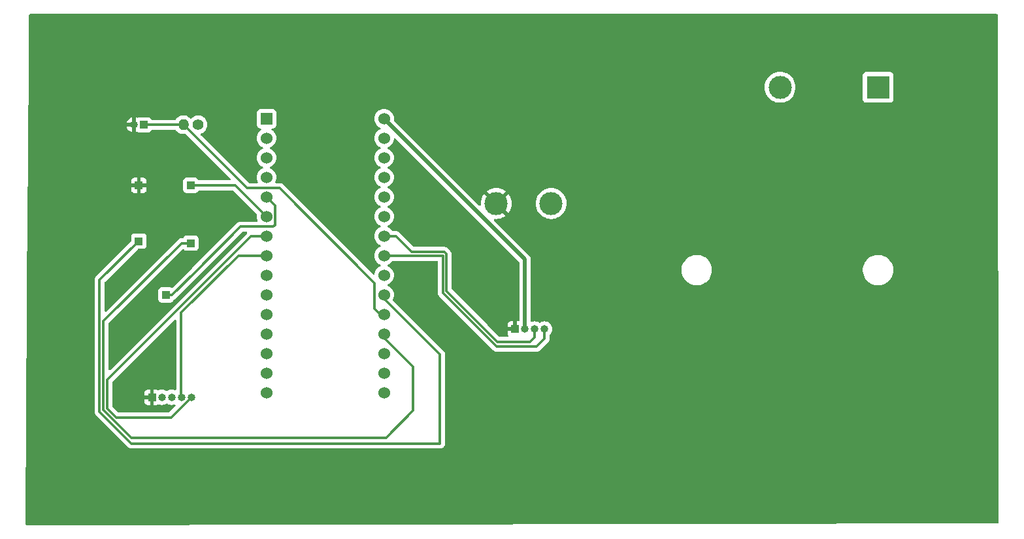
<source format=gbr>
%TF.GenerationSoftware,KiCad,Pcbnew,8.0.7*%
%TF.CreationDate,2024-12-24T22:10:03+05:30*%
%TF.ProjectId,hello,68656c6c-6f2e-46b6-9963-61645f706362,rev?*%
%TF.SameCoordinates,Original*%
%TF.FileFunction,Copper,L2,Bot*%
%TF.FilePolarity,Positive*%
%FSLAX46Y46*%
G04 Gerber Fmt 4.6, Leading zero omitted, Abs format (unit mm)*
G04 Created by KiCad (PCBNEW 8.0.7) date 2024-12-24 22:10:03*
%MOMM*%
%LPD*%
G01*
G04 APERTURE LIST*
%TA.AperFunction,ComponentPad*%
%ADD10R,1.000000X1.000000*%
%TD*%
%TA.AperFunction,ComponentPad*%
%ADD11O,1.000000X1.000000*%
%TD*%
%TA.AperFunction,ComponentPad*%
%ADD12C,3.000000*%
%TD*%
%TA.AperFunction,ComponentPad*%
%ADD13C,1.400000*%
%TD*%
%TA.AperFunction,ComponentPad*%
%ADD14O,1.400000X1.400000*%
%TD*%
%TA.AperFunction,ComponentPad*%
%ADD15R,3.000000X3.000000*%
%TD*%
%TA.AperFunction,ComponentPad*%
%ADD16C,1.524000*%
%TD*%
%TA.AperFunction,ComponentPad*%
%ADD17R,1.524000X1.524000*%
%TD*%
%TA.AperFunction,Conductor*%
%ADD18C,0.300000*%
%TD*%
%TA.AperFunction,Conductor*%
%ADD19C,0.500000*%
%TD*%
G04 APERTURE END LIST*
D10*
%TO.P,J4,1,Pin_1*%
%TO.N,cont*%
X92330000Y-91130000D03*
%TD*%
%TO.P,J2,1,Pin_1*%
%TO.N,volt*%
X92330000Y-98630000D03*
%TD*%
%TO.P,U2,1,GND*%
%TO.N,GND*%
X134340000Y-109780000D03*
D11*
%TO.P,U2,2,VCC*%
%TO.N,+5V*%
X135610000Y-109780000D03*
%TO.P,U2,3,SCL*%
%TO.N,SCL*%
X136880000Y-109780000D03*
%TO.P,U2,4,SDA*%
%TO.N,SDA*%
X138150000Y-109780000D03*
%TD*%
%TO.P,U3,5,CLK*%
%TO.N,CLK*%
X92360000Y-118630000D03*
%TO.P,U3,4,DT*%
%TO.N,DT*%
X91090000Y-118630000D03*
%TO.P,U3,3,SW*%
%TO.N,unconnected-(U3-SW-Pad3)*%
X89820000Y-118630000D03*
%TO.P,U3,2,VCC*%
%TO.N,+5V*%
X88550000Y-118630000D03*
D10*
%TO.P,U3,1,GND*%
%TO.N,GND*%
X87280000Y-118630000D03*
%TD*%
%TO.P,J5,1,Pin_1*%
%TO.N,GND*%
X85580000Y-91130000D03*
%TD*%
D12*
%TO.P,SW1,P,B*%
%TO.N,/switch*%
X139000000Y-93500000D03*
%TO.P,SW1,T,A*%
%TO.N,GND*%
X131888000Y-93500000D03*
%TD*%
D13*
%TO.P,R1,1*%
%TO.N,+5V*%
X93260000Y-83267500D03*
D14*
%TO.P,R1,2*%
%TO.N,ohmmeter*%
X91360000Y-83267500D03*
%TD*%
D12*
%TO.P,BT1,2,-*%
%TO.N,/switch*%
X168657500Y-78417500D03*
D15*
%TO.P,BT1,1,+*%
%TO.N,+5V*%
X181357500Y-78417500D03*
%TD*%
D16*
%TO.P,U1,30,VIN*%
%TO.N,+5V*%
X117357500Y-82487500D03*
%TO.P,U1,29,GND*%
%TO.N,unconnected-(U1-GND-Pad29)*%
X117357500Y-85027500D03*
%TO.P,U1,28,RST*%
%TO.N,unconnected-(U1-RST-Pad28)*%
X117357500Y-87567500D03*
%TO.P,U1,27,5V*%
%TO.N,unconnected-(U1-5V-Pad27)*%
X117357500Y-90107500D03*
%TO.P,U1,26,A7*%
%TO.N,unconnected-(U1-A7-Pad26)*%
X117357500Y-92647500D03*
%TO.P,U1,25,A6*%
%TO.N,unconnected-(U1-A6-Pad25)*%
X117357500Y-95187500D03*
%TO.P,U1,24,A5/SCL*%
%TO.N,SCL*%
X117357500Y-97727500D03*
%TO.P,U1,23,A4/SDA*%
%TO.N,SDA*%
X117357500Y-100267500D03*
%TO.P,U1,22,A3*%
%TO.N,unconnected-(U1-A3-Pad22)*%
X117357500Y-102807500D03*
%TO.P,U1,21,A2*%
%TO.N,common*%
X117357500Y-105347500D03*
%TO.P,U1,20,A1*%
%TO.N,ohmmeter*%
X117357500Y-107887500D03*
%TO.P,U1,19,A0*%
%TO.N,volt*%
X117357500Y-110427500D03*
%TO.P,U1,18,REF*%
%TO.N,unconnected-(U1-REF-Pad18)*%
X117357500Y-112967500D03*
%TO.P,U1,17,3V3*%
%TO.N,unconnected-(U1-3V3-Pad17)*%
X117357500Y-115507500D03*
%TO.P,U1,16,D13*%
%TO.N,unconnected-(U1-D13-Pad16)*%
X117357500Y-118047500D03*
%TO.P,U1,15,D12*%
%TO.N,unconnected-(U1-D12-Pad15)*%
X102117500Y-118047500D03*
%TO.P,U1,14,D11*%
%TO.N,unconnected-(U1-D11-Pad14)*%
X102117500Y-115507500D03*
%TO.P,U1,13,D10*%
%TO.N,unconnected-(U1-D10-Pad13)*%
X102117500Y-112967500D03*
%TO.P,U1,12,D9*%
%TO.N,unconnected-(U1-D9-Pad12)*%
X102117500Y-110427500D03*
%TO.P,U1,11,D8*%
%TO.N,unconnected-(U1-D8-Pad11)*%
X102117500Y-107887500D03*
%TO.P,U1,10,D7*%
%TO.N,unconnected-(U1-D7-Pad10)*%
X102117500Y-105347500D03*
%TO.P,U1,9,D6*%
%TO.N,unconnected-(U1-D6-Pad9)*%
X102117500Y-102807500D03*
%TO.P,U1,8,D5*%
%TO.N,DT*%
X102117500Y-100267500D03*
%TO.P,U1,7,D4*%
%TO.N,CLK*%
X102117500Y-97727500D03*
%TO.P,U1,6,D3*%
%TO.N,cont*%
X102117500Y-95187500D03*
%TO.P,U1,5,D2*%
%TO.N,pwm*%
X102117500Y-92647500D03*
%TO.P,U1,4,GND*%
%TO.N,unconnected-(U1-GND-Pad4)*%
X102117500Y-90107500D03*
%TO.P,U1,3,RST*%
%TO.N,unconnected-(U1-RST-Pad3)*%
X102117500Y-87567500D03*
%TO.P,U1,2,D0/RX*%
%TO.N,unconnected-(U1-D0{slash}RX-Pad2)*%
X102117500Y-85027500D03*
D17*
%TO.P,U1,1,D1/TX*%
%TO.N,unconnected-(U1-D1{slash}TX-Pad1)*%
X102117500Y-82487500D03*
%TD*%
D11*
%TO.P,R2,2*%
%TO.N,GND*%
X84960000Y-83292500D03*
D10*
%TO.P,R2,1*%
%TO.N,ohmmeter*%
X86230000Y-83292500D03*
%TD*%
%TO.P,J3,1,Pin_1*%
%TO.N,common*%
X85580000Y-98380000D03*
%TD*%
%TO.P,J1,1,Pin_1*%
%TO.N,pwm*%
X89080000Y-105380000D03*
%TD*%
D18*
%TO.N,SCL*%
X118887500Y-97727500D02*
X117357500Y-97727500D01*
X120927500Y-99767500D02*
X118887500Y-97727500D01*
X125164607Y-99767500D02*
X120927500Y-99767500D01*
X132057106Y-111470000D02*
X125457500Y-104870394D01*
X136260000Y-111470000D02*
X132057106Y-111470000D01*
X125457500Y-104870394D02*
X125457500Y-100060393D01*
X136880000Y-110850000D02*
X136260000Y-111470000D01*
X125457500Y-100060393D02*
X125164607Y-99767500D01*
X136880000Y-109780000D02*
X136880000Y-110850000D01*
%TO.N,SDA*%
X138150000Y-111030000D02*
X138150000Y-109780000D01*
X137100000Y-112080000D02*
X138150000Y-111030000D01*
X124957500Y-105077500D02*
X131960000Y-112080000D01*
X124957500Y-100267500D02*
X124957500Y-105077500D01*
X131960000Y-112080000D02*
X137100000Y-112080000D01*
X117357500Y-100267500D02*
X124957500Y-100267500D01*
D19*
%TO.N,+5V*%
X135610000Y-100740000D02*
X135610000Y-109780000D01*
X117357500Y-82487500D02*
X135610000Y-100740000D01*
D18*
%TO.N,pwm*%
X98760000Y-96500000D02*
X92905000Y-102355000D01*
X103000000Y-96500000D02*
X98760000Y-96500000D01*
X103229500Y-96270500D02*
X103000000Y-96500000D01*
X92905000Y-102355000D02*
X92895000Y-102355000D01*
X103229500Y-93759500D02*
X103229500Y-96270500D01*
X102117500Y-92647500D02*
X103229500Y-93759500D01*
X92895000Y-102355000D02*
X89870000Y-105380000D01*
X89870000Y-105380000D02*
X89080000Y-105380000D01*
%TO.N,cont*%
X98060000Y-91130000D02*
X102117500Y-95187500D01*
X92330000Y-91130000D02*
X98060000Y-91130000D01*
%TO.N,ohmmeter*%
X116111500Y-103809197D02*
X116111500Y-107115500D01*
X116111500Y-107115500D02*
X117223500Y-108227500D01*
X99592500Y-91500000D02*
X103802303Y-91500000D01*
X91360000Y-83267500D02*
X99592500Y-91500000D01*
X103802303Y-91500000D02*
X116111500Y-103809197D01*
%TO.N,volt*%
X121107500Y-120387500D02*
X121107500Y-114651500D01*
X84607500Y-123887500D02*
X117607500Y-123887500D01*
X81000000Y-108770000D02*
X81000000Y-120280000D01*
X117607500Y-123887500D02*
X121107500Y-120387500D01*
X91140000Y-98630000D02*
X81000000Y-108770000D01*
X81000000Y-120280000D02*
X84607500Y-123887500D01*
X92330000Y-98630000D02*
X91140000Y-98630000D01*
X121107500Y-114651500D02*
X117223500Y-110767500D01*
%TO.N,common*%
X124607500Y-113071500D02*
X117223500Y-105687500D01*
X124607500Y-124637500D02*
X124607500Y-113071500D01*
X84650393Y-124637500D02*
X124607500Y-124637500D01*
X80500000Y-120487107D02*
X84650393Y-124637500D01*
X80500000Y-103420000D02*
X80500000Y-120487107D01*
X85580000Y-98380000D02*
X85540000Y-98380000D01*
X85540000Y-98380000D02*
X80500000Y-103420000D01*
%TO.N,CLK*%
X100142500Y-97727500D02*
X102117500Y-97727500D01*
X81500000Y-120072894D02*
X81500000Y-116370000D01*
X81500000Y-116370000D02*
X100142500Y-97727500D01*
X82677106Y-121250000D02*
X81500000Y-120072894D01*
X92360000Y-118630000D02*
X89740000Y-121250000D01*
X89740000Y-121250000D02*
X82677106Y-121250000D01*
%TO.N,DT*%
X98482500Y-100267500D02*
X102117500Y-100267500D01*
X91070000Y-107680000D02*
X98482500Y-100267500D01*
X91070000Y-118610000D02*
X91070000Y-107680000D01*
X91090000Y-118630000D02*
X91070000Y-118610000D01*
%TO.N,ohmmeter*%
X91335000Y-83292500D02*
X91360000Y-83267500D01*
X86230000Y-83292500D02*
X91335000Y-83292500D01*
%TD*%
%TA.AperFunction,Conductor*%
%TO.N,GND*%
G36*
X90338834Y-108553626D02*
G01*
X90394767Y-108595498D01*
X90419184Y-108660962D01*
X90419500Y-108669808D01*
X90419500Y-117609102D01*
X90399815Y-117676141D01*
X90347011Y-117721896D01*
X90277853Y-117731840D01*
X90237049Y-117718461D01*
X90204733Y-117701188D01*
X90204727Y-117701186D01*
X90016132Y-117643976D01*
X90016129Y-117643975D01*
X89820000Y-117624659D01*
X89623870Y-117643975D01*
X89435266Y-117701188D01*
X89261467Y-117794086D01*
X89256399Y-117797473D01*
X89255305Y-117795836D01*
X89199337Y-117819596D01*
X89130471Y-117807795D01*
X89113843Y-117797109D01*
X89113601Y-117797473D01*
X89108532Y-117794086D01*
X88934733Y-117701188D01*
X88934727Y-117701186D01*
X88746132Y-117643976D01*
X88746129Y-117643975D01*
X88550000Y-117624659D01*
X88353870Y-117643975D01*
X88269246Y-117669645D01*
X88165273Y-117701186D01*
X88165270Y-117701187D01*
X88165268Y-117701188D01*
X88162647Y-117702589D01*
X88161118Y-117702907D01*
X88159646Y-117703517D01*
X88159530Y-117703237D01*
X88094243Y-117716823D01*
X88029894Y-117692490D01*
X88022091Y-117686648D01*
X87887376Y-117636402D01*
X87887372Y-117636401D01*
X87827844Y-117630000D01*
X87530000Y-117630000D01*
X87530000Y-118385025D01*
X87494905Y-118349930D01*
X87415095Y-118303852D01*
X87326078Y-118280000D01*
X87233922Y-118280000D01*
X87144905Y-118303852D01*
X87065095Y-118349930D01*
X86999930Y-118415095D01*
X86953852Y-118494905D01*
X86930000Y-118583922D01*
X86930000Y-118676078D01*
X86953852Y-118765095D01*
X86999930Y-118844905D01*
X87065095Y-118910070D01*
X87144905Y-118956148D01*
X87233922Y-118980000D01*
X87326078Y-118980000D01*
X87415095Y-118956148D01*
X87494905Y-118910070D01*
X87530000Y-118874975D01*
X87530000Y-119630000D01*
X87827828Y-119630000D01*
X87827844Y-119629999D01*
X87887372Y-119623598D01*
X87887376Y-119623597D01*
X88022089Y-119573351D01*
X88029890Y-119567512D01*
X88095353Y-119543091D01*
X88159529Y-119556751D01*
X88159641Y-119556482D01*
X88161100Y-119557086D01*
X88162663Y-119557419D01*
X88165273Y-119558814D01*
X88353868Y-119616024D01*
X88550000Y-119635341D01*
X88746132Y-119616024D01*
X88934727Y-119558814D01*
X89108538Y-119465910D01*
X89108544Y-119465904D01*
X89113607Y-119462523D01*
X89114703Y-119464164D01*
X89170639Y-119440405D01*
X89239507Y-119452194D01*
X89256148Y-119462888D01*
X89256393Y-119462523D01*
X89261458Y-119465907D01*
X89261462Y-119465910D01*
X89435273Y-119558814D01*
X89623868Y-119616024D01*
X89820000Y-119635341D01*
X90016132Y-119616024D01*
X90170986Y-119569048D01*
X90240852Y-119568425D01*
X90299965Y-119605672D01*
X90329556Y-119668966D01*
X90320231Y-119738211D01*
X90294662Y-119775390D01*
X89506873Y-120563181D01*
X89445550Y-120596666D01*
X89419192Y-120599500D01*
X82997914Y-120599500D01*
X82930875Y-120579815D01*
X82910233Y-120563181D01*
X82186819Y-119839767D01*
X82153334Y-119778444D01*
X82150500Y-119752086D01*
X82150500Y-119177844D01*
X86280000Y-119177844D01*
X86286401Y-119237372D01*
X86286403Y-119237379D01*
X86336645Y-119372086D01*
X86336649Y-119372093D01*
X86422809Y-119487187D01*
X86422812Y-119487190D01*
X86537906Y-119573350D01*
X86537913Y-119573354D01*
X86672620Y-119623596D01*
X86672627Y-119623598D01*
X86732155Y-119629999D01*
X86732172Y-119630000D01*
X87030000Y-119630000D01*
X87030000Y-118880000D01*
X86280000Y-118880000D01*
X86280000Y-119177844D01*
X82150500Y-119177844D01*
X82150500Y-118082155D01*
X86280000Y-118082155D01*
X86280000Y-118380000D01*
X87030000Y-118380000D01*
X87030000Y-117630000D01*
X86732155Y-117630000D01*
X86672627Y-117636401D01*
X86672620Y-117636403D01*
X86537913Y-117686645D01*
X86537906Y-117686649D01*
X86422812Y-117772809D01*
X86422809Y-117772812D01*
X86336649Y-117887906D01*
X86336645Y-117887913D01*
X86286403Y-118022620D01*
X86286401Y-118022627D01*
X86280000Y-118082155D01*
X82150500Y-118082155D01*
X82150500Y-116690808D01*
X82170185Y-116623769D01*
X82186819Y-116603127D01*
X90207819Y-108582127D01*
X90269142Y-108548642D01*
X90338834Y-108553626D01*
G37*
%TD.AperFunction*%
%TA.AperFunction,Conductor*%
G36*
X118829855Y-85021223D02*
G01*
X134823181Y-101014549D01*
X134856666Y-101075872D01*
X134859500Y-101102230D01*
X134859500Y-108656000D01*
X134839815Y-108723039D01*
X134787011Y-108768794D01*
X134735500Y-108780000D01*
X134590000Y-108780000D01*
X134590000Y-109535025D01*
X134554905Y-109499930D01*
X134475095Y-109453852D01*
X134386078Y-109430000D01*
X134293922Y-109430000D01*
X134204905Y-109453852D01*
X134125095Y-109499930D01*
X134059930Y-109565095D01*
X134013852Y-109644905D01*
X133990000Y-109733922D01*
X133990000Y-109826078D01*
X134013852Y-109915095D01*
X134059930Y-109994905D01*
X134095025Y-110030000D01*
X133340000Y-110030000D01*
X133340000Y-110327844D01*
X133346401Y-110387372D01*
X133346403Y-110387379D01*
X133396645Y-110522086D01*
X133396649Y-110522093D01*
X133470833Y-110621189D01*
X133495251Y-110686653D01*
X133480400Y-110754926D01*
X133430995Y-110804332D01*
X133371567Y-110819500D01*
X132377914Y-110819500D01*
X132310875Y-110799815D01*
X132290233Y-110783181D01*
X130739207Y-109232155D01*
X133340000Y-109232155D01*
X133340000Y-109530000D01*
X134090000Y-109530000D01*
X134090000Y-108780000D01*
X133792155Y-108780000D01*
X133732627Y-108786401D01*
X133732620Y-108786403D01*
X133597913Y-108836645D01*
X133597906Y-108836649D01*
X133482812Y-108922809D01*
X133482809Y-108922812D01*
X133396649Y-109037906D01*
X133396645Y-109037913D01*
X133346403Y-109172620D01*
X133346401Y-109172627D01*
X133340000Y-109232155D01*
X130739207Y-109232155D01*
X126144319Y-104637267D01*
X126110834Y-104575944D01*
X126108000Y-104549586D01*
X126108000Y-99996321D01*
X126083002Y-99870654D01*
X126083001Y-99870653D01*
X126083001Y-99870649D01*
X126033965Y-99752266D01*
X126033964Y-99752263D01*
X125962777Y-99645724D01*
X125962771Y-99645717D01*
X125579280Y-99262226D01*
X125542345Y-99237547D01*
X125472734Y-99191035D01*
X125440982Y-99177883D01*
X125354351Y-99141999D01*
X125354345Y-99141997D01*
X125228678Y-99117000D01*
X125228676Y-99117000D01*
X121248308Y-99117000D01*
X121181269Y-99097315D01*
X121160627Y-99080681D01*
X119302174Y-97222227D01*
X119302173Y-97222226D01*
X119224287Y-97170185D01*
X119195627Y-97151035D01*
X119194335Y-97150500D01*
X119077244Y-97101999D01*
X119077238Y-97101997D01*
X118951571Y-97077000D01*
X118951569Y-97077000D01*
X118507794Y-97077000D01*
X118440755Y-97057315D01*
X118406219Y-97024123D01*
X118328327Y-96912881D01*
X118328323Y-96912877D01*
X118172120Y-96756674D01*
X118172116Y-96756671D01*
X118172115Y-96756670D01*
X117991166Y-96629968D01*
X117991158Y-96629964D01*
X117862311Y-96569882D01*
X117809871Y-96523710D01*
X117790719Y-96456517D01*
X117810935Y-96389635D01*
X117862311Y-96345118D01*
X117884933Y-96334569D01*
X117991162Y-96285034D01*
X118172120Y-96158326D01*
X118328326Y-96002120D01*
X118455034Y-95821162D01*
X118548394Y-95620950D01*
X118605570Y-95407568D01*
X118624823Y-95187500D01*
X118624799Y-95187229D01*
X118615428Y-95080115D01*
X118605570Y-94967432D01*
X118548394Y-94754050D01*
X118455034Y-94553839D01*
X118328326Y-94372880D01*
X118172120Y-94216674D01*
X118172116Y-94216671D01*
X118172115Y-94216670D01*
X117991166Y-94089968D01*
X117991158Y-94089964D01*
X117862311Y-94029882D01*
X117809871Y-93983710D01*
X117790719Y-93916517D01*
X117810935Y-93849635D01*
X117862311Y-93805118D01*
X117868302Y-93802324D01*
X117991162Y-93745034D01*
X118172120Y-93618326D01*
X118328326Y-93462120D01*
X118455034Y-93281162D01*
X118548394Y-93080950D01*
X118605570Y-92867568D01*
X118620697Y-92694660D01*
X118624823Y-92647502D01*
X118624823Y-92647497D01*
X118605570Y-92427437D01*
X118605570Y-92427432D01*
X118548394Y-92214050D01*
X118455034Y-92013839D01*
X118328326Y-91832880D01*
X118172120Y-91676674D01*
X118172116Y-91676671D01*
X118172115Y-91676670D01*
X117991166Y-91549968D01*
X117991158Y-91549964D01*
X117862311Y-91489882D01*
X117809871Y-91443710D01*
X117790719Y-91376517D01*
X117810935Y-91309635D01*
X117862311Y-91265118D01*
X117868302Y-91262324D01*
X117991162Y-91205034D01*
X118172120Y-91078326D01*
X118328326Y-90922120D01*
X118455034Y-90741162D01*
X118548394Y-90540950D01*
X118605570Y-90327568D01*
X118624823Y-90107500D01*
X118605570Y-89887432D01*
X118548394Y-89674050D01*
X118455034Y-89473839D01*
X118328326Y-89292880D01*
X118172120Y-89136674D01*
X118172116Y-89136671D01*
X118172115Y-89136670D01*
X117991166Y-89009968D01*
X117991158Y-89009964D01*
X117862311Y-88949882D01*
X117809871Y-88903710D01*
X117790719Y-88836517D01*
X117810935Y-88769635D01*
X117862311Y-88725118D01*
X117868302Y-88722324D01*
X117991162Y-88665034D01*
X118172120Y-88538326D01*
X118328326Y-88382120D01*
X118455034Y-88201162D01*
X118548394Y-88000950D01*
X118605570Y-87787568D01*
X118624823Y-87567500D01*
X118605570Y-87347432D01*
X118548394Y-87134050D01*
X118455034Y-86933839D01*
X118328326Y-86752880D01*
X118172120Y-86596674D01*
X118172116Y-86596671D01*
X118172115Y-86596670D01*
X117991166Y-86469968D01*
X117991158Y-86469964D01*
X117862311Y-86409882D01*
X117809871Y-86363710D01*
X117790719Y-86296517D01*
X117810935Y-86229635D01*
X117862311Y-86185118D01*
X117868302Y-86182324D01*
X117991162Y-86125034D01*
X118172120Y-85998326D01*
X118328326Y-85842120D01*
X118455034Y-85661162D01*
X118548394Y-85460950D01*
X118605570Y-85247568D01*
X118618646Y-85098094D01*
X118644098Y-85033029D01*
X118700689Y-84992050D01*
X118770450Y-84988171D01*
X118829855Y-85021223D01*
G37*
%TD.AperFunction*%
%TA.AperFunction,Conductor*%
G36*
X196813189Y-68929685D02*
G01*
X196858944Y-68982489D01*
X196870150Y-69033850D01*
X196949849Y-134876056D01*
X196930246Y-134943119D01*
X196877497Y-134988938D01*
X196826056Y-135000206D01*
X71025033Y-135209791D01*
X70957960Y-135190218D01*
X70912118Y-135137490D01*
X70900829Y-135084971D01*
X70997283Y-120551178D01*
X79849499Y-120551178D01*
X79873837Y-120673526D01*
X79874497Y-120676846D01*
X79874499Y-120676851D01*
X79923535Y-120795234D01*
X79928173Y-120802175D01*
X79994726Y-120901780D01*
X84235719Y-125142773D01*
X84235722Y-125142775D01*
X84235724Y-125142777D01*
X84342266Y-125213965D01*
X84460649Y-125263001D01*
X84460653Y-125263001D01*
X84460654Y-125263002D01*
X84586321Y-125288000D01*
X84586324Y-125288000D01*
X124671571Y-125288000D01*
X124756115Y-125271182D01*
X124797244Y-125263001D01*
X124915627Y-125213965D01*
X125022169Y-125142776D01*
X125112776Y-125052169D01*
X125183965Y-124945627D01*
X125233001Y-124827244D01*
X125258000Y-124701569D01*
X125258000Y-113007431D01*
X125258000Y-113007428D01*
X125233002Y-112881761D01*
X125233001Y-112881760D01*
X125233001Y-112881756D01*
X125183965Y-112763373D01*
X125183964Y-112763372D01*
X125183960Y-112763364D01*
X125162001Y-112730501D01*
X125161999Y-112730499D01*
X125145297Y-112705502D01*
X125112777Y-112656831D01*
X125112775Y-112656829D01*
X125112773Y-112656826D01*
X125112772Y-112656825D01*
X118510728Y-106054782D01*
X118477243Y-105993459D01*
X118482227Y-105923767D01*
X118486027Y-105914696D01*
X118548394Y-105780950D01*
X118605570Y-105567568D01*
X118624823Y-105347500D01*
X118605570Y-105127432D01*
X118548394Y-104914050D01*
X118455034Y-104713839D01*
X118328326Y-104532880D01*
X118172120Y-104376674D01*
X118172116Y-104376671D01*
X118172115Y-104376670D01*
X117991166Y-104249968D01*
X117991158Y-104249964D01*
X117862311Y-104189882D01*
X117809871Y-104143710D01*
X117790719Y-104076517D01*
X117810935Y-104009635D01*
X117862311Y-103965118D01*
X117868302Y-103962324D01*
X117991162Y-103905034D01*
X118172120Y-103778326D01*
X118328326Y-103622120D01*
X118455034Y-103441162D01*
X118548394Y-103240950D01*
X118605570Y-103027568D01*
X118624823Y-102807500D01*
X118621880Y-102773866D01*
X118605570Y-102587437D01*
X118605570Y-102587434D01*
X118605570Y-102587432D01*
X118548394Y-102374050D01*
X118455034Y-102173839D01*
X118338931Y-102008025D01*
X118328327Y-101992881D01*
X118328323Y-101992877D01*
X118172120Y-101836674D01*
X118172116Y-101836671D01*
X118172115Y-101836670D01*
X117991166Y-101709968D01*
X117991158Y-101709964D01*
X117862311Y-101649882D01*
X117809871Y-101603710D01*
X117790719Y-101536517D01*
X117810935Y-101469635D01*
X117862311Y-101425118D01*
X117868302Y-101422324D01*
X117991162Y-101365034D01*
X118172120Y-101238326D01*
X118328326Y-101082120D01*
X118406219Y-100970876D01*
X118460796Y-100927252D01*
X118507794Y-100918000D01*
X124183000Y-100918000D01*
X124250039Y-100937685D01*
X124295794Y-100990489D01*
X124307000Y-101042000D01*
X124307000Y-105141569D01*
X124315087Y-105182222D01*
X124315087Y-105182224D01*
X124331997Y-105267236D01*
X124331999Y-105267244D01*
X124381034Y-105385625D01*
X124452226Y-105492173D01*
X131545324Y-112585271D01*
X131545331Y-112585277D01*
X131651871Y-112656464D01*
X131651870Y-112656464D01*
X131686544Y-112670826D01*
X131770256Y-112705501D01*
X131770260Y-112705501D01*
X131770261Y-112705502D01*
X131895928Y-112730500D01*
X131895931Y-112730500D01*
X137164071Y-112730500D01*
X137248615Y-112713682D01*
X137289744Y-112705501D01*
X137408127Y-112656465D01*
X137514669Y-112585277D01*
X138655276Y-111444670D01*
X138726465Y-111338127D01*
X138775501Y-111219744D01*
X138782975Y-111182169D01*
X138800500Y-111094069D01*
X138800500Y-110599085D01*
X138820185Y-110532046D01*
X138845839Y-110503229D01*
X138860883Y-110490883D01*
X138985909Y-110338539D01*
X138985913Y-110338532D01*
X139078811Y-110164733D01*
X139078811Y-110164732D01*
X139078814Y-110164727D01*
X139136024Y-109976132D01*
X139155341Y-109780000D01*
X139136024Y-109583868D01*
X139078814Y-109395273D01*
X139078811Y-109395269D01*
X139078811Y-109395266D01*
X138985913Y-109221467D01*
X138985909Y-109221460D01*
X138860883Y-109069116D01*
X138708539Y-108944090D01*
X138708532Y-108944086D01*
X138534733Y-108851188D01*
X138534727Y-108851186D01*
X138408997Y-108813046D01*
X138346129Y-108793975D01*
X138150000Y-108774659D01*
X137953870Y-108793975D01*
X137765266Y-108851188D01*
X137591467Y-108944086D01*
X137586399Y-108947473D01*
X137585305Y-108945836D01*
X137529337Y-108969596D01*
X137460471Y-108957795D01*
X137443843Y-108947109D01*
X137443601Y-108947473D01*
X137438532Y-108944086D01*
X137264733Y-108851188D01*
X137264727Y-108851186D01*
X137138997Y-108813046D01*
X137076129Y-108793975D01*
X136880000Y-108774659D01*
X136683869Y-108793975D01*
X136520495Y-108843535D01*
X136450628Y-108844158D01*
X136391516Y-108806910D01*
X136361925Y-108743616D01*
X136360500Y-108724874D01*
X136360500Y-102008025D01*
X155882000Y-102008025D01*
X155882000Y-102266974D01*
X155882001Y-102266991D01*
X155915799Y-102523717D01*
X155915800Y-102523722D01*
X155915801Y-102523728D01*
X155932871Y-102587434D01*
X155982824Y-102773864D01*
X156081923Y-103013109D01*
X156081927Y-103013119D01*
X156211406Y-103237383D01*
X156369051Y-103442831D01*
X156369057Y-103442838D01*
X156552161Y-103625942D01*
X156552168Y-103625948D01*
X156757616Y-103783593D01*
X156981880Y-103913072D01*
X156981881Y-103913072D01*
X156981884Y-103913074D01*
X157221134Y-104012175D01*
X157471272Y-104079199D01*
X157728019Y-104113000D01*
X157728026Y-104113000D01*
X157986974Y-104113000D01*
X157986981Y-104113000D01*
X158243728Y-104079199D01*
X158493866Y-104012175D01*
X158733116Y-103913074D01*
X158957384Y-103783593D01*
X159162833Y-103625947D01*
X159345947Y-103442833D01*
X159503593Y-103237384D01*
X159633074Y-103013116D01*
X159732175Y-102773866D01*
X159799199Y-102523728D01*
X159833000Y-102266981D01*
X159833000Y-102008025D01*
X179382000Y-102008025D01*
X179382000Y-102266974D01*
X179382001Y-102266991D01*
X179415799Y-102523717D01*
X179415800Y-102523722D01*
X179415801Y-102523728D01*
X179432871Y-102587434D01*
X179482824Y-102773864D01*
X179581923Y-103013109D01*
X179581927Y-103013119D01*
X179711406Y-103237383D01*
X179869051Y-103442831D01*
X179869057Y-103442838D01*
X180052161Y-103625942D01*
X180052168Y-103625948D01*
X180257616Y-103783593D01*
X180481880Y-103913072D01*
X180481881Y-103913072D01*
X180481884Y-103913074D01*
X180721134Y-104012175D01*
X180971272Y-104079199D01*
X181228019Y-104113000D01*
X181228026Y-104113000D01*
X181486974Y-104113000D01*
X181486981Y-104113000D01*
X181743728Y-104079199D01*
X181993866Y-104012175D01*
X182233116Y-103913074D01*
X182457384Y-103783593D01*
X182662833Y-103625947D01*
X182845947Y-103442833D01*
X183003593Y-103237384D01*
X183133074Y-103013116D01*
X183232175Y-102773866D01*
X183299199Y-102523728D01*
X183333000Y-102266981D01*
X183333000Y-102008019D01*
X183299199Y-101751272D01*
X183232175Y-101501134D01*
X183133074Y-101261884D01*
X183029284Y-101082115D01*
X183003593Y-101037616D01*
X182845948Y-100832168D01*
X182845942Y-100832161D01*
X182662838Y-100649057D01*
X182662831Y-100649051D01*
X182457383Y-100491406D01*
X182233119Y-100361927D01*
X182233109Y-100361923D01*
X181993864Y-100262824D01*
X181868797Y-100229313D01*
X181743728Y-100195801D01*
X181743722Y-100195800D01*
X181743717Y-100195799D01*
X181486991Y-100162001D01*
X181486986Y-100162000D01*
X181486981Y-100162000D01*
X181228019Y-100162000D01*
X181228013Y-100162000D01*
X181228008Y-100162001D01*
X180971282Y-100195799D01*
X180971275Y-100195800D01*
X180971272Y-100195801D01*
X180918408Y-100209965D01*
X180721135Y-100262824D01*
X180481890Y-100361923D01*
X180481880Y-100361927D01*
X180257616Y-100491406D01*
X180052168Y-100649051D01*
X180052161Y-100649057D01*
X179869057Y-100832161D01*
X179869051Y-100832168D01*
X179711406Y-101037616D01*
X179581927Y-101261880D01*
X179581923Y-101261890D01*
X179482824Y-101501135D01*
X179415802Y-101751269D01*
X179415799Y-101751282D01*
X179382001Y-102008008D01*
X179382000Y-102008025D01*
X159833000Y-102008025D01*
X159833000Y-102008019D01*
X159799199Y-101751272D01*
X159732175Y-101501134D01*
X159633074Y-101261884D01*
X159529284Y-101082115D01*
X159503593Y-101037616D01*
X159345948Y-100832168D01*
X159345942Y-100832161D01*
X159162838Y-100649057D01*
X159162831Y-100649051D01*
X158957383Y-100491406D01*
X158733119Y-100361927D01*
X158733109Y-100361923D01*
X158493864Y-100262824D01*
X158368797Y-100229313D01*
X158243728Y-100195801D01*
X158243722Y-100195800D01*
X158243717Y-100195799D01*
X157986991Y-100162001D01*
X157986986Y-100162000D01*
X157986981Y-100162000D01*
X157728019Y-100162000D01*
X157728013Y-100162000D01*
X157728008Y-100162001D01*
X157471282Y-100195799D01*
X157471275Y-100195800D01*
X157471272Y-100195801D01*
X157418408Y-100209965D01*
X157221135Y-100262824D01*
X156981890Y-100361923D01*
X156981880Y-100361927D01*
X156757616Y-100491406D01*
X156552168Y-100649051D01*
X156552161Y-100649057D01*
X156369057Y-100832161D01*
X156369051Y-100832168D01*
X156211406Y-101037616D01*
X156081927Y-101261880D01*
X156081923Y-101261890D01*
X155982824Y-101501135D01*
X155915802Y-101751269D01*
X155915799Y-101751282D01*
X155882001Y-102008008D01*
X155882000Y-102008025D01*
X136360500Y-102008025D01*
X136360500Y-100666079D01*
X136331659Y-100521092D01*
X136331658Y-100521091D01*
X136331658Y-100521087D01*
X136275084Y-100384505D01*
X136239713Y-100331569D01*
X136192952Y-100261584D01*
X131636778Y-95705410D01*
X131603293Y-95644087D01*
X131608277Y-95574395D01*
X131650149Y-95518462D01*
X131715613Y-95494045D01*
X131733305Y-95494045D01*
X131887999Y-95505109D01*
X131888001Y-95505109D01*
X132173362Y-95484699D01*
X132452895Y-95423890D01*
X132720958Y-95323908D01*
X132972038Y-95186808D01*
X132972039Y-95186807D01*
X133114563Y-95080115D01*
X132397020Y-94362573D01*
X132525463Y-94276751D01*
X132664751Y-94137463D01*
X132750573Y-94009020D01*
X133468115Y-94726563D01*
X133574807Y-94584039D01*
X133574808Y-94584038D01*
X133711908Y-94332958D01*
X133811890Y-94064895D01*
X133872699Y-93785362D01*
X133893109Y-93500001D01*
X133893109Y-93499998D01*
X136994390Y-93499998D01*
X136994390Y-93500001D01*
X137014804Y-93785433D01*
X137075628Y-94065037D01*
X137075630Y-94065043D01*
X137075631Y-94065046D01*
X137132186Y-94216675D01*
X137175635Y-94333166D01*
X137312770Y-94584309D01*
X137312775Y-94584317D01*
X137484254Y-94813387D01*
X137484270Y-94813405D01*
X137686594Y-95015729D01*
X137686612Y-95015745D01*
X137915682Y-95187224D01*
X137915690Y-95187229D01*
X138166833Y-95324364D01*
X138166832Y-95324364D01*
X138166836Y-95324365D01*
X138166839Y-95324367D01*
X138434954Y-95424369D01*
X138434960Y-95424370D01*
X138434962Y-95424371D01*
X138714566Y-95485195D01*
X138714568Y-95485195D01*
X138714572Y-95485196D01*
X138968220Y-95503337D01*
X138999999Y-95505610D01*
X139000000Y-95505610D01*
X139000001Y-95505610D01*
X139028595Y-95503564D01*
X139285428Y-95485196D01*
X139565046Y-95424369D01*
X139833161Y-95324367D01*
X140084315Y-95187226D01*
X140313395Y-95015739D01*
X140515739Y-94813395D01*
X140687226Y-94584315D01*
X140824367Y-94333161D01*
X140924369Y-94065046D01*
X140939599Y-93995035D01*
X140985195Y-93785433D01*
X140985195Y-93785432D01*
X140985196Y-93785428D01*
X141005610Y-93500000D01*
X140985196Y-93214572D01*
X140956128Y-93080950D01*
X140924371Y-92934962D01*
X140924370Y-92934960D01*
X140924369Y-92934954D01*
X140824367Y-92666839D01*
X140813805Y-92647497D01*
X140687229Y-92415690D01*
X140687224Y-92415682D01*
X140515745Y-92186612D01*
X140515729Y-92186594D01*
X140313405Y-91984270D01*
X140313387Y-91984254D01*
X140084317Y-91812775D01*
X140084309Y-91812770D01*
X139833166Y-91675635D01*
X139833167Y-91675635D01*
X139725915Y-91635632D01*
X139565046Y-91575631D01*
X139565043Y-91575630D01*
X139565037Y-91575628D01*
X139285433Y-91514804D01*
X139000001Y-91494390D01*
X138999999Y-91494390D01*
X138714566Y-91514804D01*
X138434962Y-91575628D01*
X138166833Y-91675635D01*
X137915690Y-91812770D01*
X137915682Y-91812775D01*
X137686612Y-91984254D01*
X137686594Y-91984270D01*
X137484270Y-92186594D01*
X137484254Y-92186612D01*
X137312775Y-92415682D01*
X137312770Y-92415690D01*
X137175635Y-92666833D01*
X137075628Y-92934962D01*
X137014804Y-93214566D01*
X136994390Y-93499998D01*
X133893109Y-93499998D01*
X133872699Y-93214637D01*
X133811890Y-92935104D01*
X133711908Y-92667041D01*
X133574808Y-92415961D01*
X133574803Y-92415953D01*
X133468116Y-92273436D01*
X133468115Y-92273435D01*
X132750572Y-92990978D01*
X132664751Y-92862537D01*
X132525463Y-92723249D01*
X132397020Y-92637425D01*
X133114563Y-91919883D01*
X133114562Y-91919882D01*
X132972046Y-91813196D01*
X132972038Y-91813191D01*
X132720957Y-91676091D01*
X132720958Y-91676091D01*
X132452895Y-91576109D01*
X132173362Y-91515300D01*
X131888001Y-91494891D01*
X131887999Y-91494891D01*
X131602637Y-91515300D01*
X131323104Y-91576109D01*
X131055041Y-91676091D01*
X130803961Y-91813191D01*
X130803953Y-91813196D01*
X130661435Y-91919882D01*
X131378979Y-92637426D01*
X131250537Y-92723249D01*
X131111249Y-92862537D01*
X131025426Y-92990979D01*
X130307882Y-92273435D01*
X130201196Y-92415953D01*
X130201191Y-92415961D01*
X130064091Y-92667041D01*
X129964109Y-92935104D01*
X129903300Y-93214637D01*
X129882891Y-93499998D01*
X129882891Y-93500002D01*
X129893954Y-93654695D01*
X129879102Y-93722967D01*
X129829696Y-93772373D01*
X129761423Y-93787224D01*
X129695959Y-93762807D01*
X129682589Y-93751221D01*
X118649140Y-82717772D01*
X118615655Y-82656449D01*
X118613293Y-82619286D01*
X118624823Y-82487500D01*
X118605570Y-82267432D01*
X118548394Y-82054050D01*
X118455034Y-81853839D01*
X118391680Y-81763359D01*
X118328327Y-81672881D01*
X118273462Y-81618016D01*
X118172120Y-81516674D01*
X118172116Y-81516671D01*
X118172115Y-81516670D01*
X117991166Y-81389968D01*
X117991162Y-81389966D01*
X117943957Y-81367954D01*
X117790950Y-81296606D01*
X117790947Y-81296605D01*
X117790945Y-81296604D01*
X117577570Y-81239430D01*
X117577562Y-81239429D01*
X117357502Y-81220177D01*
X117357498Y-81220177D01*
X117137437Y-81239429D01*
X117137429Y-81239430D01*
X116924054Y-81296604D01*
X116924048Y-81296607D01*
X116723840Y-81389965D01*
X116723838Y-81389966D01*
X116542877Y-81516675D01*
X116386675Y-81672877D01*
X116259966Y-81853838D01*
X116259965Y-81853840D01*
X116166607Y-82054048D01*
X116166604Y-82054054D01*
X116109430Y-82267429D01*
X116109429Y-82267437D01*
X116090177Y-82487497D01*
X116090177Y-82487502D01*
X116109429Y-82707562D01*
X116109430Y-82707570D01*
X116166604Y-82920945D01*
X116166605Y-82920947D01*
X116166606Y-82920950D01*
X116259966Y-83121162D01*
X116259968Y-83121166D01*
X116386670Y-83302115D01*
X116386675Y-83302121D01*
X116542878Y-83458324D01*
X116542884Y-83458329D01*
X116723833Y-83585031D01*
X116723835Y-83585032D01*
X116723838Y-83585034D01*
X116795924Y-83618648D01*
X116852689Y-83645118D01*
X116905128Y-83691290D01*
X116924280Y-83758484D01*
X116904064Y-83825365D01*
X116852689Y-83869882D01*
X116723840Y-83929965D01*
X116723838Y-83929966D01*
X116542877Y-84056675D01*
X116386675Y-84212877D01*
X116259966Y-84393838D01*
X116259965Y-84393840D01*
X116166607Y-84594048D01*
X116166604Y-84594054D01*
X116109430Y-84807429D01*
X116109429Y-84807437D01*
X116090177Y-85027497D01*
X116090177Y-85027502D01*
X116109429Y-85247562D01*
X116109430Y-85247570D01*
X116166604Y-85460945D01*
X116166605Y-85460947D01*
X116166606Y-85460950D01*
X116259966Y-85661162D01*
X116259968Y-85661166D01*
X116386670Y-85842115D01*
X116386675Y-85842121D01*
X116542878Y-85998324D01*
X116542884Y-85998329D01*
X116723833Y-86125031D01*
X116723835Y-86125032D01*
X116723838Y-86125034D01*
X116843248Y-86180715D01*
X116852689Y-86185118D01*
X116905128Y-86231290D01*
X116924280Y-86298484D01*
X116904064Y-86365365D01*
X116852689Y-86409882D01*
X116723840Y-86469965D01*
X116723838Y-86469966D01*
X116542877Y-86596675D01*
X116386675Y-86752877D01*
X116259966Y-86933838D01*
X116259965Y-86933840D01*
X116166607Y-87134048D01*
X116166604Y-87134054D01*
X116109430Y-87347429D01*
X116109429Y-87347437D01*
X116090177Y-87567497D01*
X116090177Y-87567502D01*
X116109429Y-87787562D01*
X116109430Y-87787570D01*
X116166604Y-88000945D01*
X116166605Y-88000947D01*
X116166606Y-88000950D01*
X116259966Y-88201162D01*
X116259968Y-88201166D01*
X116386670Y-88382115D01*
X116386675Y-88382121D01*
X116542878Y-88538324D01*
X116542884Y-88538329D01*
X116723833Y-88665031D01*
X116723835Y-88665032D01*
X116723838Y-88665034D01*
X116843248Y-88720715D01*
X116852689Y-88725118D01*
X116905128Y-88771290D01*
X116924280Y-88838484D01*
X116904064Y-88905365D01*
X116852689Y-88949882D01*
X116723840Y-89009965D01*
X116723838Y-89009966D01*
X116542877Y-89136675D01*
X116386675Y-89292877D01*
X116259966Y-89473838D01*
X116259965Y-89473840D01*
X116166607Y-89674048D01*
X116166604Y-89674054D01*
X116109430Y-89887429D01*
X116109429Y-89887437D01*
X116090177Y-90107497D01*
X116090177Y-90107502D01*
X116109429Y-90327562D01*
X116109430Y-90327570D01*
X116166604Y-90540945D01*
X116166605Y-90540947D01*
X116166606Y-90540950D01*
X116244434Y-90707853D01*
X116259966Y-90741162D01*
X116259968Y-90741166D01*
X116386670Y-90922115D01*
X116386675Y-90922121D01*
X116542878Y-91078324D01*
X116542884Y-91078329D01*
X116723833Y-91205031D01*
X116723835Y-91205032D01*
X116723838Y-91205034D01*
X116843248Y-91260715D01*
X116852689Y-91265118D01*
X116905128Y-91311290D01*
X116924280Y-91378484D01*
X116904064Y-91445365D01*
X116852689Y-91489882D01*
X116723840Y-91549965D01*
X116723838Y-91549966D01*
X116542877Y-91676675D01*
X116386675Y-91832877D01*
X116259966Y-92013838D01*
X116259965Y-92013840D01*
X116166607Y-92214048D01*
X116166604Y-92214054D01*
X116109430Y-92427429D01*
X116109429Y-92427437D01*
X116090177Y-92647497D01*
X116090177Y-92647502D01*
X116109429Y-92867562D01*
X116109430Y-92867570D01*
X116166604Y-93080945D01*
X116166605Y-93080947D01*
X116166606Y-93080950D01*
X116225995Y-93208311D01*
X116259966Y-93281162D01*
X116259968Y-93281166D01*
X116386670Y-93462115D01*
X116386675Y-93462121D01*
X116542878Y-93618324D01*
X116542884Y-93618329D01*
X116723833Y-93745031D01*
X116723835Y-93745032D01*
X116723838Y-93745034D01*
X116843248Y-93800715D01*
X116852689Y-93805118D01*
X116905128Y-93851290D01*
X116924280Y-93918484D01*
X116904064Y-93985365D01*
X116852689Y-94029882D01*
X116723840Y-94089965D01*
X116723838Y-94089966D01*
X116542877Y-94216675D01*
X116386675Y-94372877D01*
X116259966Y-94553838D01*
X116259965Y-94553840D01*
X116166607Y-94754048D01*
X116166604Y-94754054D01*
X116109430Y-94967429D01*
X116109429Y-94967437D01*
X116090177Y-95187497D01*
X116090177Y-95187502D01*
X116109429Y-95407562D01*
X116109430Y-95407570D01*
X116166604Y-95620945D01*
X116166605Y-95620947D01*
X116166606Y-95620950D01*
X116177395Y-95644087D01*
X116259966Y-95821162D01*
X116259968Y-95821166D01*
X116386670Y-96002115D01*
X116386675Y-96002121D01*
X116542878Y-96158324D01*
X116542884Y-96158329D01*
X116723833Y-96285031D01*
X116723835Y-96285032D01*
X116723838Y-96285034D01*
X116830067Y-96334569D01*
X116852689Y-96345118D01*
X116905128Y-96391290D01*
X116924280Y-96458484D01*
X116904064Y-96525365D01*
X116852689Y-96569882D01*
X116723840Y-96629965D01*
X116723838Y-96629966D01*
X116542877Y-96756675D01*
X116386675Y-96912877D01*
X116259966Y-97093838D01*
X116259965Y-97093840D01*
X116166607Y-97294048D01*
X116166604Y-97294054D01*
X116109430Y-97507429D01*
X116109429Y-97507437D01*
X116090177Y-97727497D01*
X116090177Y-97727502D01*
X116109429Y-97947562D01*
X116109430Y-97947570D01*
X116166604Y-98160945D01*
X116166605Y-98160947D01*
X116166606Y-98160950D01*
X116259966Y-98361162D01*
X116259968Y-98361166D01*
X116386670Y-98542115D01*
X116386675Y-98542121D01*
X116542878Y-98698324D01*
X116542884Y-98698329D01*
X116723833Y-98825031D01*
X116723835Y-98825032D01*
X116723838Y-98825034D01*
X116843248Y-98880715D01*
X116852689Y-98885118D01*
X116905128Y-98931290D01*
X116924280Y-98998484D01*
X116904064Y-99065365D01*
X116852689Y-99109882D01*
X116723840Y-99169965D01*
X116723838Y-99169966D01*
X116542877Y-99296675D01*
X116386675Y-99452877D01*
X116259966Y-99633838D01*
X116259965Y-99633840D01*
X116166607Y-99834048D01*
X116166604Y-99834054D01*
X116109430Y-100047429D01*
X116109429Y-100047437D01*
X116090177Y-100267497D01*
X116090177Y-100267502D01*
X116109429Y-100487562D01*
X116109430Y-100487570D01*
X116166604Y-100700945D01*
X116166605Y-100700947D01*
X116166606Y-100700950D01*
X116227793Y-100832167D01*
X116259966Y-100901162D01*
X116259968Y-100901166D01*
X116386670Y-101082115D01*
X116386675Y-101082121D01*
X116542878Y-101238324D01*
X116542884Y-101238329D01*
X116723833Y-101365031D01*
X116723835Y-101365032D01*
X116723838Y-101365034D01*
X116843248Y-101420715D01*
X116852689Y-101425118D01*
X116905128Y-101471290D01*
X116924280Y-101538484D01*
X116904064Y-101605365D01*
X116852689Y-101649882D01*
X116723840Y-101709965D01*
X116723838Y-101709966D01*
X116542877Y-101836675D01*
X116386675Y-101992877D01*
X116259966Y-102173838D01*
X116259965Y-102173840D01*
X116166607Y-102374048D01*
X116166604Y-102374054D01*
X116109430Y-102587429D01*
X116109430Y-102587434D01*
X116108491Y-102598164D01*
X116083036Y-102663232D01*
X116026443Y-102704208D01*
X115956681Y-102708084D01*
X115897282Y-102675033D01*
X104216977Y-90994727D01*
X104216976Y-90994726D01*
X104216972Y-90994723D01*
X104110430Y-90923535D01*
X104107016Y-90922121D01*
X103992047Y-90874499D01*
X103992041Y-90874497D01*
X103866374Y-90849500D01*
X103866372Y-90849500D01*
X103359156Y-90849500D01*
X103292117Y-90829815D01*
X103246362Y-90777011D01*
X103236418Y-90707853D01*
X103246774Y-90673096D01*
X103308391Y-90540956D01*
X103308394Y-90540950D01*
X103365570Y-90327568D01*
X103384823Y-90107500D01*
X103365570Y-89887432D01*
X103308394Y-89674050D01*
X103215034Y-89473839D01*
X103088326Y-89292880D01*
X102932120Y-89136674D01*
X102932116Y-89136671D01*
X102932115Y-89136670D01*
X102751166Y-89009968D01*
X102751158Y-89009964D01*
X102622311Y-88949882D01*
X102569871Y-88903710D01*
X102550719Y-88836517D01*
X102570935Y-88769635D01*
X102622311Y-88725118D01*
X102628302Y-88722324D01*
X102751162Y-88665034D01*
X102932120Y-88538326D01*
X103088326Y-88382120D01*
X103215034Y-88201162D01*
X103308394Y-88000950D01*
X103365570Y-87787568D01*
X103384823Y-87567500D01*
X103365570Y-87347432D01*
X103308394Y-87134050D01*
X103215034Y-86933839D01*
X103088326Y-86752880D01*
X102932120Y-86596674D01*
X102932116Y-86596671D01*
X102932115Y-86596670D01*
X102751166Y-86469968D01*
X102751158Y-86469964D01*
X102622311Y-86409882D01*
X102569871Y-86363710D01*
X102550719Y-86296517D01*
X102570935Y-86229635D01*
X102622311Y-86185118D01*
X102628302Y-86182324D01*
X102751162Y-86125034D01*
X102932120Y-85998326D01*
X103088326Y-85842120D01*
X103215034Y-85661162D01*
X103308394Y-85460950D01*
X103365570Y-85247568D01*
X103384823Y-85027500D01*
X103365570Y-84807432D01*
X103308394Y-84594050D01*
X103215034Y-84393839D01*
X103100050Y-84229624D01*
X103088327Y-84212881D01*
X103025490Y-84150044D01*
X102932120Y-84056674D01*
X102932116Y-84056671D01*
X102932115Y-84056670D01*
X102816297Y-83975574D01*
X102772672Y-83920997D01*
X102765478Y-83851499D01*
X102797001Y-83789144D01*
X102857230Y-83753730D01*
X102887419Y-83749999D01*
X102927372Y-83749999D01*
X102986983Y-83743591D01*
X103121831Y-83693296D01*
X103237046Y-83607046D01*
X103323296Y-83491831D01*
X103373591Y-83356983D01*
X103380000Y-83297373D01*
X103379999Y-81677628D01*
X103373591Y-81618017D01*
X103323296Y-81483169D01*
X103323295Y-81483168D01*
X103323293Y-81483164D01*
X103237047Y-81367955D01*
X103237044Y-81367952D01*
X103121835Y-81281706D01*
X103121828Y-81281702D01*
X102986982Y-81231408D01*
X102986983Y-81231408D01*
X102927383Y-81225001D01*
X102927381Y-81225000D01*
X102927373Y-81225000D01*
X102927364Y-81225000D01*
X101307629Y-81225000D01*
X101307623Y-81225001D01*
X101248016Y-81231408D01*
X101113171Y-81281702D01*
X101113164Y-81281706D01*
X100997955Y-81367952D01*
X100997952Y-81367955D01*
X100911706Y-81483164D01*
X100911702Y-81483171D01*
X100861408Y-81618017D01*
X100855510Y-81672880D01*
X100855001Y-81677623D01*
X100855000Y-81677635D01*
X100855000Y-83297370D01*
X100855001Y-83297376D01*
X100861408Y-83356983D01*
X100911702Y-83491828D01*
X100911706Y-83491835D01*
X100997952Y-83607044D01*
X100997955Y-83607047D01*
X101113164Y-83693293D01*
X101113171Y-83693297D01*
X101248017Y-83743591D01*
X101248016Y-83743591D01*
X101254944Y-83744335D01*
X101307627Y-83750000D01*
X101347579Y-83749999D01*
X101414616Y-83769682D01*
X101460372Y-83822485D01*
X101470317Y-83891643D01*
X101441294Y-83955200D01*
X101418703Y-83975574D01*
X101302875Y-84056677D01*
X101146675Y-84212877D01*
X101019966Y-84393838D01*
X101019965Y-84393840D01*
X100926607Y-84594048D01*
X100926604Y-84594054D01*
X100869430Y-84807429D01*
X100869429Y-84807437D01*
X100850177Y-85027497D01*
X100850177Y-85027502D01*
X100869429Y-85247562D01*
X100869430Y-85247570D01*
X100926604Y-85460945D01*
X100926605Y-85460947D01*
X100926606Y-85460950D01*
X101019966Y-85661162D01*
X101019968Y-85661166D01*
X101146670Y-85842115D01*
X101146675Y-85842121D01*
X101302878Y-85998324D01*
X101302884Y-85998329D01*
X101483833Y-86125031D01*
X101483835Y-86125032D01*
X101483838Y-86125034D01*
X101603248Y-86180715D01*
X101612689Y-86185118D01*
X101665128Y-86231290D01*
X101684280Y-86298484D01*
X101664064Y-86365365D01*
X101612689Y-86409882D01*
X101483840Y-86469965D01*
X101483838Y-86469966D01*
X101302877Y-86596675D01*
X101146675Y-86752877D01*
X101019966Y-86933838D01*
X101019965Y-86933840D01*
X100926607Y-87134048D01*
X100926604Y-87134054D01*
X100869430Y-87347429D01*
X100869429Y-87347437D01*
X100850177Y-87567497D01*
X100850177Y-87567502D01*
X100869429Y-87787562D01*
X100869430Y-87787570D01*
X100926604Y-88000945D01*
X100926605Y-88000947D01*
X100926606Y-88000950D01*
X101019966Y-88201162D01*
X101019968Y-88201166D01*
X101146670Y-88382115D01*
X101146675Y-88382121D01*
X101302878Y-88538324D01*
X101302884Y-88538329D01*
X101483833Y-88665031D01*
X101483835Y-88665032D01*
X101483838Y-88665034D01*
X101603248Y-88720715D01*
X101612689Y-88725118D01*
X101665128Y-88771290D01*
X101684280Y-88838484D01*
X101664064Y-88905365D01*
X101612689Y-88949882D01*
X101483840Y-89009965D01*
X101483838Y-89009966D01*
X101302877Y-89136675D01*
X101146675Y-89292877D01*
X101019966Y-89473838D01*
X101019965Y-89473840D01*
X100926607Y-89674048D01*
X100926604Y-89674054D01*
X100869430Y-89887429D01*
X100869429Y-89887437D01*
X100850177Y-90107497D01*
X100850177Y-90107502D01*
X100869429Y-90327562D01*
X100869430Y-90327570D01*
X100926604Y-90540945D01*
X100926608Y-90540956D01*
X100988226Y-90673096D01*
X100998718Y-90742173D01*
X100970198Y-90805957D01*
X100911721Y-90844196D01*
X100875844Y-90849500D01*
X99913307Y-90849500D01*
X99846268Y-90829815D01*
X99825626Y-90813181D01*
X93616116Y-84603670D01*
X93582631Y-84542347D01*
X93587615Y-84472655D01*
X93629487Y-84416722D01*
X93659001Y-84400363D01*
X93797401Y-84346747D01*
X93986562Y-84229624D01*
X94150981Y-84079736D01*
X94285058Y-83902189D01*
X94384229Y-83703028D01*
X94445115Y-83489036D01*
X94465643Y-83267500D01*
X94445115Y-83045964D01*
X94384229Y-82831972D01*
X94384224Y-82831961D01*
X94285061Y-82632816D01*
X94285056Y-82632808D01*
X94150979Y-82455261D01*
X93986562Y-82305376D01*
X93986560Y-82305374D01*
X93797404Y-82188254D01*
X93797398Y-82188252D01*
X93589940Y-82107882D01*
X93371243Y-82067000D01*
X93148757Y-82067000D01*
X92930060Y-82107882D01*
X92798864Y-82158707D01*
X92722601Y-82188252D01*
X92722595Y-82188254D01*
X92533439Y-82305374D01*
X92533437Y-82305376D01*
X92393538Y-82432911D01*
X92330734Y-82463528D01*
X92261347Y-82455330D01*
X92226462Y-82432911D01*
X92086562Y-82305376D01*
X92086560Y-82305374D01*
X91897404Y-82188254D01*
X91897398Y-82188252D01*
X91689940Y-82107882D01*
X91471243Y-82067000D01*
X91248757Y-82067000D01*
X91030060Y-82107882D01*
X90898864Y-82158707D01*
X90822601Y-82188252D01*
X90822595Y-82188254D01*
X90633439Y-82305374D01*
X90633437Y-82305376D01*
X90469020Y-82455261D01*
X90365212Y-82592727D01*
X90309103Y-82634363D01*
X90266258Y-82642000D01*
X87294141Y-82642000D01*
X87227102Y-82622315D01*
X87181347Y-82569511D01*
X87177969Y-82561359D01*
X87173796Y-82550169D01*
X87173793Y-82550165D01*
X87173793Y-82550164D01*
X87087547Y-82434955D01*
X87087544Y-82434952D01*
X86972335Y-82348706D01*
X86972328Y-82348702D01*
X86837482Y-82298408D01*
X86837483Y-82298408D01*
X86777883Y-82292001D01*
X86777881Y-82292000D01*
X86777873Y-82292000D01*
X86777864Y-82292000D01*
X85682129Y-82292000D01*
X85682123Y-82292001D01*
X85622516Y-82298408D01*
X85487671Y-82348702D01*
X85487666Y-82348705D01*
X85479172Y-82355064D01*
X85413707Y-82379479D01*
X85350363Y-82365993D01*
X85350162Y-82366481D01*
X85347526Y-82365389D01*
X85346407Y-82365151D01*
X85344537Y-82364151D01*
X85210000Y-82323339D01*
X85210000Y-83047525D01*
X85174905Y-83012430D01*
X85095095Y-82966352D01*
X85006078Y-82942500D01*
X84913922Y-82942500D01*
X84824905Y-82966352D01*
X84745095Y-83012430D01*
X84679930Y-83077595D01*
X84633852Y-83157405D01*
X84610000Y-83246422D01*
X84610000Y-83338578D01*
X84633852Y-83427595D01*
X84679930Y-83507405D01*
X84745095Y-83572570D01*
X84824905Y-83618648D01*
X84913922Y-83642500D01*
X85006078Y-83642500D01*
X85095095Y-83618648D01*
X85174905Y-83572570D01*
X85210000Y-83537475D01*
X85210000Y-84261659D01*
X85344539Y-84220847D01*
X85346408Y-84219849D01*
X85347500Y-84219621D01*
X85350170Y-84218516D01*
X85350379Y-84219021D01*
X85414810Y-84205604D01*
X85479176Y-84229939D01*
X85487664Y-84236293D01*
X85487671Y-84236297D01*
X85622517Y-84286591D01*
X85622516Y-84286591D01*
X85629444Y-84287335D01*
X85682127Y-84293000D01*
X86777872Y-84292999D01*
X86837483Y-84286591D01*
X86972331Y-84236296D01*
X87087546Y-84150046D01*
X87173796Y-84034831D01*
X87177960Y-84023665D01*
X87219829Y-83967734D01*
X87285293Y-83943316D01*
X87294141Y-83943000D01*
X90304016Y-83943000D01*
X90371055Y-83962685D01*
X90402970Y-83992273D01*
X90469020Y-84079738D01*
X90633437Y-84229623D01*
X90633439Y-84229625D01*
X90822595Y-84346745D01*
X90822596Y-84346745D01*
X90822599Y-84346747D01*
X91030060Y-84427118D01*
X91248757Y-84468000D01*
X91248759Y-84468000D01*
X91471242Y-84468000D01*
X91471243Y-84468000D01*
X91512032Y-84460375D01*
X91549639Y-84453345D01*
X91619154Y-84460375D01*
X91660106Y-84487552D01*
X97440374Y-90267819D01*
X97473859Y-90329142D01*
X97468875Y-90398834D01*
X97427003Y-90454767D01*
X97361539Y-90479184D01*
X97352693Y-90479500D01*
X93394141Y-90479500D01*
X93327102Y-90459815D01*
X93281347Y-90407011D01*
X93277969Y-90398859D01*
X93273796Y-90387669D01*
X93273793Y-90387665D01*
X93273793Y-90387664D01*
X93187547Y-90272455D01*
X93187544Y-90272452D01*
X93072335Y-90186206D01*
X93072328Y-90186202D01*
X92937482Y-90135908D01*
X92937483Y-90135908D01*
X92877883Y-90129501D01*
X92877881Y-90129500D01*
X92877873Y-90129500D01*
X92877864Y-90129500D01*
X91782129Y-90129500D01*
X91782123Y-90129501D01*
X91722516Y-90135908D01*
X91587671Y-90186202D01*
X91587664Y-90186206D01*
X91472455Y-90272452D01*
X91472452Y-90272455D01*
X91386206Y-90387664D01*
X91386202Y-90387671D01*
X91335908Y-90522517D01*
X91329501Y-90582116D01*
X91329500Y-90582135D01*
X91329500Y-91677870D01*
X91329501Y-91677876D01*
X91335908Y-91737483D01*
X91386202Y-91872328D01*
X91386206Y-91872335D01*
X91472452Y-91987544D01*
X91472455Y-91987547D01*
X91587664Y-92073793D01*
X91587671Y-92073797D01*
X91722517Y-92124091D01*
X91722516Y-92124091D01*
X91729444Y-92124835D01*
X91782127Y-92130500D01*
X92877872Y-92130499D01*
X92937483Y-92124091D01*
X93072331Y-92073796D01*
X93187546Y-91987546D01*
X93273796Y-91872331D01*
X93277960Y-91861165D01*
X93319829Y-91805234D01*
X93385293Y-91780816D01*
X93394141Y-91780500D01*
X97739192Y-91780500D01*
X97806231Y-91800185D01*
X97826873Y-91816819D01*
X100841641Y-94831587D01*
X100875126Y-94892910D01*
X100873737Y-94951355D01*
X100869431Y-94967427D01*
X100869429Y-94967437D01*
X100850177Y-95187497D01*
X100850177Y-95187502D01*
X100869429Y-95407562D01*
X100869430Y-95407570D01*
X100926604Y-95620945D01*
X100926606Y-95620951D01*
X100950922Y-95673095D01*
X100961414Y-95742172D01*
X100932894Y-95805956D01*
X100874418Y-95844196D01*
X100838540Y-95849500D01*
X98695929Y-95849500D01*
X98570261Y-95874497D01*
X98570255Y-95874499D01*
X98451870Y-95923535D01*
X98345331Y-95994722D01*
X98345324Y-95994728D01*
X92519103Y-101820949D01*
X92500317Y-101836367D01*
X92480334Y-101849719D01*
X92480325Y-101849727D01*
X89930770Y-104399282D01*
X89869447Y-104432767D01*
X89799757Y-104427783D01*
X89687485Y-104385909D01*
X89687483Y-104385908D01*
X89627883Y-104379501D01*
X89627881Y-104379500D01*
X89627873Y-104379500D01*
X89627864Y-104379500D01*
X88532129Y-104379500D01*
X88532123Y-104379501D01*
X88472516Y-104385908D01*
X88337671Y-104436202D01*
X88337664Y-104436206D01*
X88222455Y-104522452D01*
X88222452Y-104522455D01*
X88136206Y-104637664D01*
X88136202Y-104637671D01*
X88085908Y-104772517D01*
X88079501Y-104832116D01*
X88079500Y-104832135D01*
X88079500Y-105927870D01*
X88079501Y-105927876D01*
X88085908Y-105987483D01*
X88136202Y-106122328D01*
X88136206Y-106122335D01*
X88222452Y-106237544D01*
X88222455Y-106237547D01*
X88337664Y-106323793D01*
X88337671Y-106323797D01*
X88472517Y-106374091D01*
X88472516Y-106374091D01*
X88479444Y-106374835D01*
X88532127Y-106380500D01*
X89627872Y-106380499D01*
X89687483Y-106374091D01*
X89822331Y-106323796D01*
X89937546Y-106237546D01*
X90023796Y-106122331D01*
X90049902Y-106052337D01*
X90091772Y-105996403D01*
X90118627Y-105981110D01*
X90178127Y-105956465D01*
X90284669Y-105885277D01*
X93280900Y-102889044D01*
X93299684Y-102873629D01*
X93319669Y-102860277D01*
X98993127Y-97186819D01*
X99054450Y-97153334D01*
X99080808Y-97150500D01*
X99500191Y-97150500D01*
X99567230Y-97170185D01*
X99612985Y-97222989D01*
X99622929Y-97292147D01*
X99593904Y-97355703D01*
X99587872Y-97362181D01*
X81862181Y-115087872D01*
X81800858Y-115121357D01*
X81731166Y-115116373D01*
X81675233Y-115074501D01*
X81650816Y-115009037D01*
X81650500Y-115000191D01*
X81650500Y-109090807D01*
X81670185Y-109023768D01*
X81686814Y-109003131D01*
X91255652Y-99434292D01*
X91316973Y-99400809D01*
X91386665Y-99405793D01*
X91442597Y-99447663D01*
X91472455Y-99487547D01*
X91587664Y-99573793D01*
X91587671Y-99573797D01*
X91722517Y-99624091D01*
X91722516Y-99624091D01*
X91729444Y-99624835D01*
X91782127Y-99630500D01*
X92877872Y-99630499D01*
X92937483Y-99624091D01*
X93072331Y-99573796D01*
X93187546Y-99487546D01*
X93273796Y-99372331D01*
X93324091Y-99237483D01*
X93330500Y-99177873D01*
X93330499Y-98082128D01*
X93324091Y-98022517D01*
X93273796Y-97887669D01*
X93273795Y-97887668D01*
X93273793Y-97887664D01*
X93187547Y-97772455D01*
X93187544Y-97772452D01*
X93072335Y-97686206D01*
X93072328Y-97686202D01*
X92937482Y-97635908D01*
X92937483Y-97635908D01*
X92877883Y-97629501D01*
X92877881Y-97629500D01*
X92877873Y-97629500D01*
X92877864Y-97629500D01*
X91782129Y-97629500D01*
X91782123Y-97629501D01*
X91722516Y-97635908D01*
X91587671Y-97686202D01*
X91587664Y-97686206D01*
X91472455Y-97772452D01*
X91472452Y-97772455D01*
X91386206Y-97887664D01*
X91386204Y-97887668D01*
X91386204Y-97887669D01*
X91382039Y-97898834D01*
X91340171Y-97954766D01*
X91274707Y-97979184D01*
X91265859Y-97979500D01*
X91075929Y-97979500D01*
X90950261Y-98004497D01*
X90950255Y-98004499D01*
X90906757Y-98022517D01*
X90906756Y-98022517D01*
X90831881Y-98053530D01*
X90831863Y-98053540D01*
X90725332Y-98124721D01*
X90725325Y-98124727D01*
X81362181Y-107487872D01*
X81300858Y-107521357D01*
X81231166Y-107516373D01*
X81175233Y-107474501D01*
X81150816Y-107409037D01*
X81150500Y-107400191D01*
X81150500Y-103740807D01*
X81170185Y-103673768D01*
X81186814Y-103653131D01*
X85423127Y-99416817D01*
X85484450Y-99383333D01*
X85510808Y-99380499D01*
X86127871Y-99380499D01*
X86127872Y-99380499D01*
X86187483Y-99374091D01*
X86322331Y-99323796D01*
X86437546Y-99237546D01*
X86523796Y-99122331D01*
X86574091Y-98987483D01*
X86580500Y-98927873D01*
X86580499Y-97832128D01*
X86574091Y-97772517D01*
X86541898Y-97686204D01*
X86523797Y-97637671D01*
X86523793Y-97637664D01*
X86437547Y-97522455D01*
X86437544Y-97522452D01*
X86322335Y-97436206D01*
X86322328Y-97436202D01*
X86187482Y-97385908D01*
X86187483Y-97385908D01*
X86127883Y-97379501D01*
X86127881Y-97379500D01*
X86127873Y-97379500D01*
X86127864Y-97379500D01*
X85032129Y-97379500D01*
X85032123Y-97379501D01*
X84972516Y-97385908D01*
X84837671Y-97436202D01*
X84837664Y-97436206D01*
X84722455Y-97522452D01*
X84722452Y-97522455D01*
X84636206Y-97637664D01*
X84636202Y-97637671D01*
X84585908Y-97772517D01*
X84579501Y-97832116D01*
X84579501Y-97832123D01*
X84579500Y-97832135D01*
X84579500Y-98369191D01*
X84559815Y-98436230D01*
X84543181Y-98456872D01*
X79994727Y-103005325D01*
X79994726Y-103005326D01*
X79923534Y-103111874D01*
X79874499Y-103230255D01*
X79874497Y-103230261D01*
X79849500Y-103355928D01*
X79849500Y-120551174D01*
X79849499Y-120551178D01*
X70997283Y-120551178D01*
X71181499Y-92793147D01*
X71188901Y-91677844D01*
X84580000Y-91677844D01*
X84586401Y-91737372D01*
X84586403Y-91737379D01*
X84636645Y-91872086D01*
X84636649Y-91872093D01*
X84722809Y-91987187D01*
X84722812Y-91987190D01*
X84837906Y-92073350D01*
X84837913Y-92073354D01*
X84972620Y-92123596D01*
X84972627Y-92123598D01*
X85032155Y-92129999D01*
X85032172Y-92130000D01*
X85330000Y-92130000D01*
X85830000Y-92130000D01*
X86127828Y-92130000D01*
X86127844Y-92129999D01*
X86187372Y-92123598D01*
X86187379Y-92123596D01*
X86322086Y-92073354D01*
X86322093Y-92073350D01*
X86437187Y-91987190D01*
X86437190Y-91987187D01*
X86523350Y-91872093D01*
X86523354Y-91872086D01*
X86573596Y-91737379D01*
X86573598Y-91737372D01*
X86579999Y-91677844D01*
X86580000Y-91677827D01*
X86580000Y-91380000D01*
X85830000Y-91380000D01*
X85830000Y-92130000D01*
X85330000Y-92130000D01*
X85330000Y-91380000D01*
X84580000Y-91380000D01*
X84580000Y-91677844D01*
X71188901Y-91677844D01*
X71192843Y-91083922D01*
X85230000Y-91083922D01*
X85230000Y-91176078D01*
X85253852Y-91265095D01*
X85299930Y-91344905D01*
X85365095Y-91410070D01*
X85444905Y-91456148D01*
X85533922Y-91480000D01*
X85626078Y-91480000D01*
X85715095Y-91456148D01*
X85794905Y-91410070D01*
X85860070Y-91344905D01*
X85906148Y-91265095D01*
X85930000Y-91176078D01*
X85930000Y-91083922D01*
X85906148Y-90994905D01*
X85860070Y-90915095D01*
X85824975Y-90880000D01*
X85830000Y-90880000D01*
X86580000Y-90880000D01*
X86580000Y-90582172D01*
X86579999Y-90582155D01*
X86573598Y-90522627D01*
X86573596Y-90522620D01*
X86523354Y-90387913D01*
X86523350Y-90387906D01*
X86437190Y-90272812D01*
X86437187Y-90272809D01*
X86322093Y-90186649D01*
X86322086Y-90186645D01*
X86187379Y-90136403D01*
X86187372Y-90136401D01*
X86127844Y-90130000D01*
X85830000Y-90130000D01*
X85830000Y-90880000D01*
X85824975Y-90880000D01*
X85794905Y-90849930D01*
X85715095Y-90803852D01*
X85626078Y-90780000D01*
X85533922Y-90780000D01*
X85444905Y-90803852D01*
X85365095Y-90849930D01*
X85299930Y-90915095D01*
X85253852Y-90994905D01*
X85230000Y-91083922D01*
X71192843Y-91083922D01*
X71196173Y-90582155D01*
X84580000Y-90582155D01*
X84580000Y-90880000D01*
X85330000Y-90880000D01*
X85330000Y-90130000D01*
X85032155Y-90130000D01*
X84972627Y-90136401D01*
X84972620Y-90136403D01*
X84837913Y-90186645D01*
X84837906Y-90186649D01*
X84722812Y-90272809D01*
X84722809Y-90272812D01*
X84636649Y-90387906D01*
X84636645Y-90387913D01*
X84586403Y-90522620D01*
X84586401Y-90522627D01*
X84580000Y-90582155D01*
X71196173Y-90582155D01*
X71242892Y-83542500D01*
X83990840Y-83542500D01*
X84031652Y-83677041D01*
X84124503Y-83850753D01*
X84124507Y-83850760D01*
X84249471Y-84003028D01*
X84401739Y-84127991D01*
X84575465Y-84220849D01*
X84710000Y-84261659D01*
X84710000Y-83542500D01*
X83990840Y-83542500D01*
X71242892Y-83542500D01*
X71246210Y-83042499D01*
X83990839Y-83042499D01*
X83990840Y-83042500D01*
X84710000Y-83042500D01*
X84710000Y-82323339D01*
X84709999Y-82323339D01*
X84575458Y-82364152D01*
X84401746Y-82457003D01*
X84401739Y-82457007D01*
X84249471Y-82581971D01*
X84124507Y-82734239D01*
X84124503Y-82734246D01*
X84031652Y-82907958D01*
X83990839Y-83042499D01*
X71246210Y-83042499D01*
X71276904Y-78417498D01*
X166651890Y-78417498D01*
X166651890Y-78417501D01*
X166672304Y-78702933D01*
X166733128Y-78982537D01*
X166833135Y-79250666D01*
X166970270Y-79501809D01*
X166970275Y-79501817D01*
X167141754Y-79730887D01*
X167141770Y-79730905D01*
X167344094Y-79933229D01*
X167344112Y-79933245D01*
X167573182Y-80104724D01*
X167573190Y-80104729D01*
X167824333Y-80241864D01*
X167824332Y-80241864D01*
X167824336Y-80241865D01*
X167824339Y-80241867D01*
X168092454Y-80341869D01*
X168092460Y-80341870D01*
X168092462Y-80341871D01*
X168372066Y-80402695D01*
X168372068Y-80402695D01*
X168372072Y-80402696D01*
X168625720Y-80420837D01*
X168657499Y-80423110D01*
X168657500Y-80423110D01*
X168657501Y-80423110D01*
X168686095Y-80421064D01*
X168942928Y-80402696D01*
X169133242Y-80361296D01*
X169222537Y-80341871D01*
X169222537Y-80341870D01*
X169222546Y-80341869D01*
X169490661Y-80241867D01*
X169741815Y-80104726D01*
X169970895Y-79933239D01*
X170173239Y-79730895D01*
X170344726Y-79501815D01*
X170481867Y-79250661D01*
X170581869Y-78982546D01*
X170642696Y-78702928D01*
X170663110Y-78417500D01*
X170642696Y-78132072D01*
X170581869Y-77852454D01*
X170481867Y-77584339D01*
X170344726Y-77333185D01*
X170344724Y-77333182D01*
X170173245Y-77104112D01*
X170173229Y-77104094D01*
X169970905Y-76901770D01*
X169970887Y-76901754D01*
X169927981Y-76869635D01*
X179357000Y-76869635D01*
X179357000Y-79965370D01*
X179357001Y-79965376D01*
X179363408Y-80024983D01*
X179413702Y-80159828D01*
X179413706Y-80159835D01*
X179499952Y-80275044D01*
X179499955Y-80275047D01*
X179615164Y-80361293D01*
X179615171Y-80361297D01*
X179750017Y-80411591D01*
X179750016Y-80411591D01*
X179756944Y-80412335D01*
X179809627Y-80418000D01*
X182905372Y-80417999D01*
X182964983Y-80411591D01*
X183099831Y-80361296D01*
X183215046Y-80275046D01*
X183301296Y-80159831D01*
X183351591Y-80024983D01*
X183358000Y-79965373D01*
X183357999Y-76869628D01*
X183351591Y-76810017D01*
X183321847Y-76730270D01*
X183301297Y-76675171D01*
X183301293Y-76675164D01*
X183215047Y-76559955D01*
X183215044Y-76559952D01*
X183099835Y-76473706D01*
X183099828Y-76473702D01*
X182964982Y-76423408D01*
X182964983Y-76423408D01*
X182905383Y-76417001D01*
X182905381Y-76417000D01*
X182905373Y-76417000D01*
X182905364Y-76417000D01*
X179809629Y-76417000D01*
X179809623Y-76417001D01*
X179750016Y-76423408D01*
X179615171Y-76473702D01*
X179615164Y-76473706D01*
X179499955Y-76559952D01*
X179499952Y-76559955D01*
X179413706Y-76675164D01*
X179413702Y-76675171D01*
X179363408Y-76810017D01*
X179357001Y-76869616D01*
X179357001Y-76869623D01*
X179357000Y-76869635D01*
X169927981Y-76869635D01*
X169741817Y-76730275D01*
X169741809Y-76730270D01*
X169490666Y-76593135D01*
X169490667Y-76593135D01*
X169383415Y-76553132D01*
X169222546Y-76493131D01*
X169222543Y-76493130D01*
X169222537Y-76493128D01*
X168942933Y-76432304D01*
X168657501Y-76411890D01*
X168657499Y-76411890D01*
X168372066Y-76432304D01*
X168092462Y-76493128D01*
X167824333Y-76593135D01*
X167573190Y-76730270D01*
X167573182Y-76730275D01*
X167344112Y-76901754D01*
X167344094Y-76901770D01*
X167141770Y-77104094D01*
X167141754Y-77104112D01*
X166970275Y-77333182D01*
X166970270Y-77333190D01*
X166833135Y-77584333D01*
X166733128Y-77852462D01*
X166672304Y-78132066D01*
X166651890Y-78417498D01*
X71276904Y-78417498D01*
X71339183Y-69033177D01*
X71359312Y-68966270D01*
X71412418Y-68920866D01*
X71463180Y-68910000D01*
X196746150Y-68910000D01*
X196813189Y-68929685D01*
G37*
%TD.AperFunction*%
%TD*%
M02*

</source>
